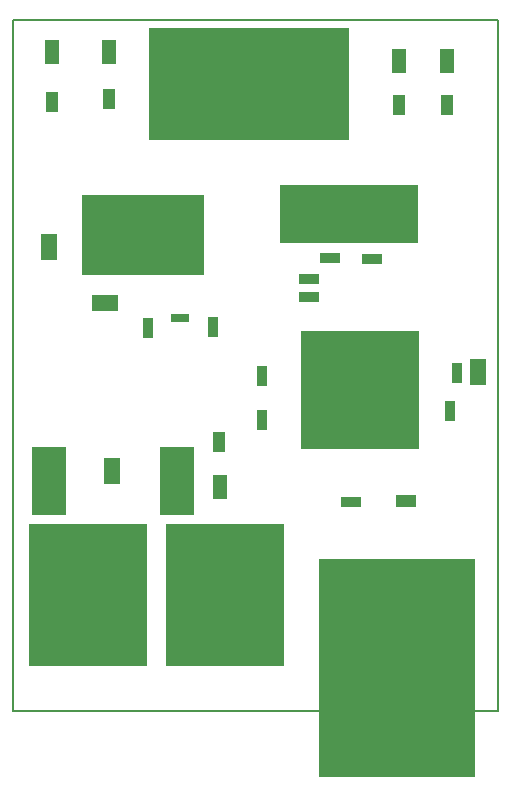
<source format=gm1>
%FSLAX25Y25*%
%MOIN*%
G70*
G01*
G75*
G04 Layer_Color=16711935*
%ADD10R,0.21654X0.07874*%
%ADD11R,0.22047X0.22047*%
%ADD12R,0.07874X0.04724*%
%ADD13R,0.00866X0.05906*%
%ADD14R,0.05906X0.00866*%
%ADD15R,0.03937X0.03937*%
%ADD16R,0.03937X0.03937*%
%ADD17R,0.03740X0.02756*%
%ADD18R,0.05118X0.03937*%
%ADD19R,0.06614X0.07874*%
%ADD20R,0.02362X0.05709*%
%ADD21R,0.05709X0.02362*%
%ADD22C,0.03150*%
%ADD23C,0.01063*%
%ADD24C,0.01000*%
%ADD25C,0.00945*%
%ADD26C,0.03937*%
%ADD27R,0.46063X0.19685*%
%ADD28R,0.07087X0.03937*%
%ADD29R,0.66929X0.37402*%
%ADD30R,0.03937X0.07087*%
%ADD31R,0.39370X0.47244*%
%ADD32R,0.51968X0.72835*%
%ADD33R,0.06496X0.02756*%
%ADD34R,0.03543X0.06693*%
%ADD35R,0.08661X0.05709*%
%ADD36R,0.05709X0.08661*%
%ADD37R,0.06693X0.03543*%
%ADD38C,0.04921*%
%ADD39R,0.07874X0.07874*%
%ADD40C,0.00787*%
%ADD41C,0.07874*%
%ADD42C,0.05906*%
%ADD43C,0.13780*%
%ADD44C,0.05000*%
%ADD45C,0.03937*%
%ADD46C,0.01969*%
%ADD47C,0.00394*%
%ADD48R,0.22453X0.08674*%
%ADD49R,0.22847X0.22847*%
%ADD50R,0.08674X0.05524*%
%ADD51R,0.01666X0.06706*%
%ADD52R,0.06706X0.01666*%
%ADD53R,0.04737X0.04737*%
%ADD54R,0.04737X0.04737*%
%ADD55R,0.04540X0.03556*%
%ADD56R,0.05918X0.04737*%
%ADD57R,0.07414X0.08674*%
%ADD58R,0.03162X0.06509*%
%ADD59R,0.06509X0.03162*%
%ADD60C,0.08674*%
%ADD61C,0.06706*%
%ADD62C,0.14579*%
%ADD63C,0.05800*%
%ADD64C,0.04737*%
%ADD65R,0.40945X0.26772*%
%ADD66R,0.39370X0.39370*%
%ADD67R,0.05118X0.08189*%
%ADD68R,0.11417X0.22598*%
G54D27*
X493148Y165500D02*
D03*
D03*
G54D28*
X512148Y70000D02*
D03*
D03*
G54D29*
X459648Y208972D02*
D03*
D03*
G54D30*
X525648Y202000D02*
D03*
X509648D02*
D03*
X413148Y204000D02*
D03*
X394148Y203000D02*
D03*
X449648Y89500D02*
D03*
X525648Y202000D02*
D03*
X509648D02*
D03*
X413148Y204000D02*
D03*
X394148Y203000D02*
D03*
X449648Y89500D02*
D03*
G54D31*
X451758Y38618D02*
D03*
X406258D02*
D03*
X451758D02*
D03*
X406258D02*
D03*
G54D32*
X509246Y14291D02*
D03*
D03*
G54D33*
X436648Y131000D02*
D03*
D03*
G54D34*
X447648Y128000D02*
D03*
X426148Y127500D02*
D03*
X529148Y112500D02*
D03*
X464148Y97000D02*
D03*
X526648Y100000D02*
D03*
X464148Y111500D02*
D03*
X447648Y128000D02*
D03*
X426148Y127500D02*
D03*
X529148Y112500D02*
D03*
X464148Y97000D02*
D03*
X526648Y100000D02*
D03*
X464148Y111500D02*
D03*
G54D35*
X411648Y136000D02*
D03*
D03*
G54D36*
X414148Y80000D02*
D03*
X536148Y113000D02*
D03*
X393148Y154500D02*
D03*
X414148Y80000D02*
D03*
X536148Y113000D02*
D03*
X393148Y154500D02*
D03*
G54D37*
X500648Y150500D02*
D03*
X486648Y151000D02*
D03*
X493648Y69500D02*
D03*
X479648Y138000D02*
D03*
Y144000D02*
D03*
X500648Y150500D02*
D03*
X486648Y151000D02*
D03*
X493648Y69500D02*
D03*
X479648Y138000D02*
D03*
Y144000D02*
D03*
G54D38*
X440940Y213619D02*
X440367Y214398D01*
X439404Y214310D01*
X438981Y213440D01*
X439506Y212628D01*
X440472Y212658D01*
X440947Y213500D01*
X460625Y213619D02*
X460052Y214398D01*
X459089Y214310D01*
X458666Y213440D01*
X459191Y212628D01*
X460157Y212658D01*
X460632Y213500D01*
X480310Y213619D02*
X479737Y214398D01*
X478774Y214310D01*
X478351Y213440D01*
X478876Y212628D01*
X479842Y212658D01*
X480317Y213500D01*
X457671Y53066D02*
X458245Y52287D01*
X459207Y52375D01*
X459630Y53245D01*
X459105Y54057D01*
X458139Y54027D01*
X457664Y53185D01*
X412171Y53066D02*
X412745Y52287D01*
X413707Y52375D01*
X414130Y53245D01*
X413605Y54057D01*
X412639Y54027D01*
X412164Y53185D01*
X496767Y33984D02*
X497546Y34557D01*
X497458Y35520D01*
X496588Y35943D01*
X495777Y35418D01*
X495806Y34451D01*
X496648Y33976D01*
X501787Y44023D02*
X502565Y44596D01*
X502478Y45559D01*
X501608Y45982D01*
X500796Y45457D01*
X500826Y44491D01*
X501668Y44016D01*
X506807Y33984D02*
X507585Y34557D01*
X507497Y35520D01*
X506628Y35943D01*
X505816Y35418D01*
X505845Y34451D01*
X506687Y33976D01*
X511826Y44023D02*
X512605Y44596D01*
X512517Y45559D01*
X511648Y45982D01*
X510836Y45457D01*
X510865Y44491D01*
X511707Y44016D01*
X516846Y33984D02*
X517625Y34557D01*
X517537Y35520D01*
X516667Y35943D01*
X515855Y35418D01*
X515885Y34451D01*
X516727Y33976D01*
X521866Y44023D02*
X522644Y44596D01*
X522556Y45559D01*
X521687Y45982D01*
X520875Y45457D01*
X520904Y44491D01*
X521746Y44016D01*
G54D39*
X444869Y33500D02*
D03*
X399369D02*
D03*
G54D40*
X542648Y0D02*
X381231D01*
X542648Y230315D02*
X381231D01*
X542648Y0D02*
Y230315D01*
X381231Y0D02*
Y230315D01*
G54D65*
X424412Y158500D02*
D03*
D03*
G54D66*
X496648Y107000D02*
D03*
D03*
G54D67*
X450148Y74500D02*
D03*
X525648Y216500D02*
D03*
X509648D02*
D03*
X413148Y219500D02*
D03*
X394148D02*
D03*
X450148Y74500D02*
D03*
X525648Y216500D02*
D03*
X509648D02*
D03*
X413148Y219500D02*
D03*
X394148D02*
D03*
G54D68*
X435648Y76500D02*
D03*
X393148D02*
D03*
X435648D02*
D03*
X393148D02*
D03*
M02*

</source>
